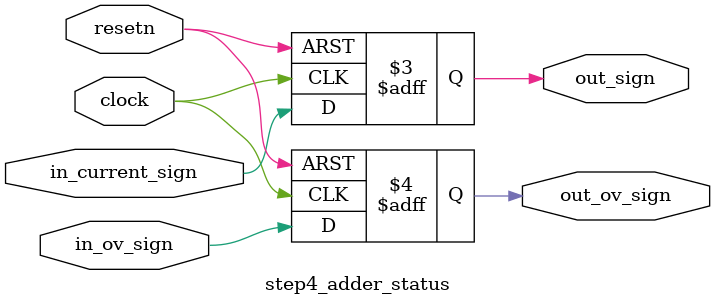
<source format=v>
module step4_adder_status(clock, resetn, in_current_sign, in_ov_sign, out_sign, out_ov_sign);
	input clock,resetn;
	
	input in_current_sign;
	input in_ov_sign;
	
	output reg out_sign;
	output reg out_ov_sign;
	
	always@(posedge clock, negedge resetn) begin
		if(!resetn) begin
			out_sign <= 0;
			out_ov_sign <= 0;
		end
		else begin
			out_sign <= in_current_sign;
			out_ov_sign <=  in_ov_sign;
		end
	end

endmodule 

</source>
